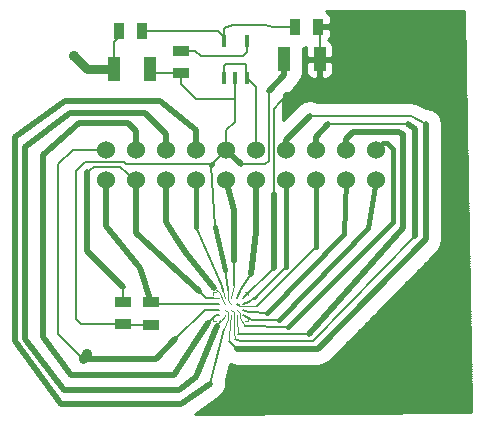
<source format=gtl>
G04 (created by PCBNEW (2013-08-24 BZR 4298)-stable) date Sun 01 Sep 2013 07:58:04 PM PDT*
%MOIN*%
G04 Gerber Fmt 3.4, Leading zero omitted, Abs format*
%FSLAX34Y34*%
G01*
G70*
G90*
G04 APERTURE LIST*
%ADD10C,0.003937*%
%ADD11C,0.002000*%
%ADD12R,0.055000X0.035000*%
%ADD13R,0.039400X0.078700*%
%ADD14C,0.060000*%
%ADD15C,0.005000*%
%ADD16R,0.035000X0.055000*%
%ADD17R,0.015700X0.039400*%
%ADD18C,0.035000*%
%ADD19C,0.007900*%
%ADD20C,0.030000*%
%ADD21C,0.020000*%
%ADD22C,0.003900*%
%ADD23C,0.003100*%
%ADD24C,0.015000*%
%ADD25C,0.005000*%
%ADD26C,0.010000*%
%ADD27C,0.001600*%
%ADD28C,0.005500*%
%ADD29C,0.004000*%
G04 APERTURE END LIST*
G54D10*
G54D11*
X15501Y-15904D02*
X15501Y-15828D01*
X15483Y-15810D02*
X15409Y-15810D01*
X14445Y-15810D02*
X14371Y-15810D01*
X14351Y-15904D02*
X14351Y-15828D01*
X14351Y-16772D02*
X14351Y-16696D01*
X14445Y-16790D02*
X14371Y-16790D01*
X15483Y-16790D02*
X15409Y-16790D01*
X15501Y-16770D02*
X15501Y-16694D01*
G54D12*
X12275Y-16160D03*
X12275Y-16910D03*
X11345Y-16140D03*
X11345Y-16890D03*
G54D13*
X11044Y-8375D03*
X12226Y-8375D03*
X17886Y-8055D03*
X16704Y-8055D03*
G54D14*
X15779Y-11079D03*
X16779Y-11079D03*
X17779Y-11079D03*
X18779Y-11079D03*
X19779Y-11079D03*
X19779Y-12079D03*
X18779Y-12079D03*
X17779Y-12079D03*
X16779Y-12079D03*
X15779Y-12079D03*
X10783Y-12065D03*
X11783Y-12065D03*
X12783Y-12065D03*
X13783Y-12065D03*
X14783Y-12065D03*
X14783Y-11065D03*
X13783Y-11065D03*
X12783Y-11065D03*
X11783Y-11065D03*
X10783Y-11065D03*
G54D15*
X15122Y-16398D03*
X15319Y-16398D03*
X15319Y-16595D03*
X15122Y-16595D03*
X14728Y-16398D03*
X14531Y-16398D03*
X14531Y-16595D03*
X14728Y-16595D03*
X15122Y-16202D03*
X15319Y-16202D03*
X14728Y-16202D03*
X14531Y-16202D03*
X15319Y-16005D03*
X15122Y-16005D03*
X14531Y-16005D03*
X14728Y-16005D03*
X14925Y-16005D03*
X14925Y-16202D03*
X14925Y-16398D03*
X14925Y-16595D03*
G54D16*
X11210Y-7125D03*
X11960Y-7125D03*
X17830Y-6965D03*
X17080Y-6965D03*
G54D12*
X13285Y-7770D03*
X13285Y-8520D03*
G54D17*
X14694Y-7456D03*
X15456Y-7460D03*
X15454Y-8666D03*
X15074Y-8672D03*
X14692Y-8662D03*
G54D18*
X10150Y-17870D03*
X9715Y-7945D03*
G54D19*
X14694Y-7456D02*
X14694Y-7304D01*
X14515Y-7125D02*
X11960Y-7125D01*
X14694Y-7304D02*
X14515Y-7125D01*
X17080Y-6965D02*
X16325Y-6965D01*
X14694Y-7016D02*
X14694Y-7456D01*
X15015Y-6925D02*
X14694Y-7016D01*
X16055Y-6925D02*
X15015Y-6925D01*
X16325Y-6965D02*
X16055Y-6925D01*
X15454Y-8666D02*
X15450Y-8260D01*
X15450Y-8260D02*
X15388Y-8220D01*
X15388Y-8220D02*
X14800Y-8220D01*
X14800Y-8220D02*
X14695Y-8245D01*
X14695Y-8245D02*
X14692Y-8662D01*
X15779Y-11079D02*
X15779Y-8991D01*
X15779Y-8991D02*
X15454Y-8666D01*
G54D20*
X9993Y-18035D02*
X9993Y-18027D01*
X9993Y-18027D02*
X10150Y-17870D01*
X11044Y-8375D02*
X10145Y-8375D01*
X10145Y-8375D02*
X9715Y-7945D01*
G54D19*
X9170Y-17055D02*
X9170Y-17210D01*
G54D21*
X12425Y-18035D02*
X13075Y-17385D01*
X9993Y-18035D02*
X12425Y-18035D01*
G54D19*
X9995Y-18035D02*
X9993Y-18035D01*
X9170Y-17210D02*
X9995Y-18035D01*
X10783Y-11065D02*
X9655Y-11065D01*
X9655Y-11065D02*
X9170Y-11550D01*
X9170Y-11550D02*
X9170Y-17055D01*
X9170Y-17055D02*
X9170Y-17060D01*
X11210Y-7125D02*
X11210Y-7300D01*
X11210Y-7300D02*
X11044Y-7466D01*
X11044Y-7466D02*
X11044Y-8375D01*
X14531Y-16398D02*
X14062Y-16398D01*
X14062Y-16398D02*
X13075Y-17385D01*
X13075Y-17385D02*
X13050Y-17410D01*
G54D21*
X12783Y-12065D02*
X12783Y-13493D01*
G54D22*
X14727Y-16197D02*
X14728Y-16202D01*
G54D21*
X13094Y-14023D02*
X12783Y-13493D01*
X13450Y-14520D02*
X13094Y-14023D01*
G54D23*
X14580Y-15850D02*
X14365Y-15665D01*
G54D21*
X14365Y-15665D02*
X13450Y-14520D01*
G54D23*
X14670Y-16110D02*
X14580Y-15850D01*
G54D22*
X14727Y-16197D02*
X14670Y-16110D01*
G54D23*
X14728Y-16005D02*
X14685Y-15780D01*
G54D19*
X14625Y-15615D02*
X13783Y-13653D01*
G54D24*
X13783Y-13653D02*
X13783Y-12065D01*
G54D25*
X14685Y-15780D02*
X14625Y-15615D01*
G54D23*
X14925Y-16005D02*
X15030Y-15565D01*
G54D21*
X15045Y-14770D02*
X15030Y-13070D01*
X15030Y-13070D02*
X14783Y-12065D01*
G54D19*
X15030Y-15565D02*
X15045Y-14770D01*
G54D25*
X15122Y-16005D02*
X15255Y-15710D01*
G54D19*
X15611Y-15214D02*
X15611Y-15217D01*
X15255Y-15710D02*
X15611Y-15214D01*
G54D21*
X15779Y-13801D02*
X15779Y-12079D01*
X15611Y-15217D02*
X15779Y-13801D01*
G54D19*
X15610Y-15225D02*
X15611Y-15217D01*
G54D25*
X15319Y-16202D02*
X15530Y-16130D01*
G54D26*
X15710Y-16025D02*
X15765Y-15970D01*
G54D19*
X15530Y-16130D02*
X15710Y-16025D01*
G54D24*
X16779Y-14966D02*
X16779Y-12079D01*
G54D19*
X15765Y-15970D02*
X16779Y-14966D01*
G54D27*
X15122Y-16202D02*
X15127Y-16202D01*
G54D24*
X17779Y-14321D02*
X17779Y-12079D01*
G54D19*
X15805Y-16295D02*
X17779Y-14321D01*
G54D23*
X15220Y-16295D02*
X15805Y-16295D01*
G54D25*
X15127Y-16202D02*
X15220Y-16295D01*
X15319Y-16398D02*
X15495Y-16465D01*
G54D24*
X16120Y-16520D02*
X18705Y-13877D01*
X18705Y-13877D02*
X18779Y-12079D01*
G54D19*
X15640Y-16495D02*
X16120Y-16520D01*
X15495Y-16465D02*
X15640Y-16495D01*
X15319Y-16595D02*
X15630Y-16730D01*
G54D24*
X16540Y-16735D02*
X19490Y-13685D01*
X19490Y-13685D02*
X19779Y-12079D01*
G54D19*
X15630Y-16730D02*
X15795Y-16750D01*
X15795Y-16750D02*
X16540Y-16735D01*
X17886Y-8055D02*
X17886Y-7021D01*
X17886Y-7021D02*
X17830Y-6965D01*
G54D21*
X17886Y-8055D02*
X17886Y-8994D01*
G54D19*
X15320Y-16005D02*
X16380Y-15020D01*
G54D28*
X16380Y-12540D02*
X16380Y-9710D01*
G54D21*
X16380Y-15020D02*
X16380Y-12540D01*
G54D19*
X16380Y-9710D02*
X16375Y-9705D01*
X15319Y-16005D02*
X15320Y-16005D01*
G54D21*
X17886Y-8994D02*
X17640Y-9240D01*
X17640Y-9240D02*
X16775Y-9240D01*
G54D19*
X16775Y-9240D02*
X16375Y-9705D01*
G54D23*
X14925Y-16595D02*
X14925Y-16690D01*
X14925Y-16690D02*
X14915Y-16790D01*
G54D22*
X14915Y-16790D02*
X14865Y-17430D01*
G54D21*
X16779Y-10751D02*
X16779Y-11079D01*
X17570Y-9960D02*
X16779Y-10751D01*
G54D19*
X20940Y-9960D02*
X17570Y-9960D01*
X21438Y-10216D02*
X20940Y-9960D01*
G54D21*
X21438Y-14051D02*
X21438Y-10216D01*
X17835Y-17720D02*
X21438Y-14051D01*
X15140Y-17720D02*
X17835Y-17720D01*
G54D19*
X14865Y-17430D02*
X15140Y-17720D01*
G54D23*
X15122Y-16595D02*
X15145Y-16870D01*
G54D27*
X15145Y-16870D02*
X15130Y-16705D01*
G54D21*
X18779Y-10716D02*
X18779Y-11079D01*
X19010Y-10485D02*
X18779Y-10716D01*
X20495Y-10485D02*
X19010Y-10485D01*
X20675Y-10545D02*
X20495Y-10485D01*
X20675Y-13695D02*
X20675Y-10545D01*
X17530Y-17210D02*
X20675Y-13695D01*
G54D19*
X15180Y-17210D02*
X17530Y-17210D01*
G54D22*
X15130Y-16705D02*
X15180Y-17210D01*
G54D19*
X14531Y-16595D02*
X14435Y-16595D01*
X14435Y-16595D02*
X14175Y-16855D01*
G54D21*
X14175Y-16855D02*
X13765Y-17460D01*
X13765Y-17460D02*
X13050Y-18585D01*
X13050Y-18585D02*
X9590Y-18585D01*
X9590Y-18585D02*
X8655Y-17325D01*
X8655Y-17325D02*
X8655Y-11230D01*
X8655Y-11230D02*
X9885Y-10165D01*
X9885Y-10165D02*
X11495Y-10165D01*
X11495Y-10165D02*
X11783Y-10453D01*
X11783Y-10453D02*
X11783Y-11065D01*
G54D22*
X14728Y-16398D02*
X14825Y-16495D01*
G54D23*
X14825Y-16495D02*
X14825Y-16710D01*
X14825Y-16710D02*
X14715Y-17060D01*
G54D19*
X14715Y-17060D02*
X14225Y-18865D01*
G54D21*
X14225Y-18865D02*
X13270Y-19560D01*
X13270Y-19560D02*
X9260Y-19560D01*
X9260Y-19560D02*
X7720Y-17450D01*
X7720Y-17450D02*
X7720Y-10645D01*
X7720Y-10645D02*
X9400Y-9460D01*
X9400Y-9460D02*
X12585Y-9460D01*
X12585Y-9460D02*
X13783Y-10428D01*
X13783Y-10428D02*
X13783Y-11065D01*
G54D11*
X14728Y-16595D02*
X14728Y-16612D01*
G54D23*
X14728Y-16612D02*
X14610Y-16785D01*
G54D21*
X12783Y-10558D02*
X12783Y-11065D01*
X12085Y-9860D02*
X12783Y-10558D01*
X9555Y-9860D02*
X12085Y-9860D01*
X8080Y-10970D02*
X9555Y-9860D01*
X8080Y-17370D02*
X8080Y-10970D01*
X9360Y-19080D02*
X8080Y-17370D01*
X13215Y-19080D02*
X9360Y-19080D01*
X13765Y-18645D02*
X13215Y-19080D01*
X14480Y-16930D02*
X13765Y-18645D01*
G54D19*
X14610Y-16785D02*
X14480Y-16930D01*
G54D29*
X14531Y-16005D02*
X14380Y-16005D01*
G54D21*
X11783Y-13843D02*
X11783Y-12065D01*
X13870Y-15780D02*
X11783Y-13843D01*
G54D19*
X14090Y-16005D02*
X13870Y-15780D01*
X14380Y-16005D02*
X14090Y-16005D01*
X11343Y-15658D02*
X11343Y-16138D01*
X11343Y-16138D02*
X11345Y-16140D01*
G54D21*
X11783Y-12065D02*
X11740Y-12065D01*
G54D19*
X11740Y-12065D02*
X11225Y-11645D01*
X11225Y-11645D02*
X10385Y-11645D01*
X10385Y-11645D02*
X10130Y-11805D01*
G54D21*
X10130Y-11805D02*
X10130Y-14445D01*
X10130Y-14445D02*
X11343Y-15658D01*
G54D19*
X11343Y-15658D02*
X11345Y-15660D01*
X14531Y-16202D02*
X12317Y-16202D01*
X12317Y-16202D02*
X12275Y-16160D01*
X12317Y-16202D02*
X12275Y-16160D01*
X12317Y-16202D02*
X12275Y-16160D01*
G54D21*
X12275Y-16160D02*
X11890Y-15015D01*
X10783Y-13603D02*
X10783Y-12065D01*
X11890Y-15015D02*
X10783Y-13603D01*
G54D27*
X14925Y-16398D02*
X14925Y-16405D01*
G54D21*
X17779Y-10631D02*
X17779Y-11079D01*
X18185Y-10225D02*
X17779Y-10631D01*
G54D19*
X20825Y-10225D02*
X18185Y-10225D01*
G54D21*
X21085Y-10375D02*
X20825Y-10225D01*
X21085Y-13945D02*
X21085Y-10375D01*
G54D19*
X17685Y-17455D02*
X21085Y-13945D01*
X15225Y-17455D02*
X17685Y-17455D01*
X15065Y-17380D02*
X15225Y-17455D01*
G54D22*
X15025Y-17100D02*
X15065Y-17380D01*
X15025Y-16735D02*
X15025Y-17100D01*
G54D23*
X15025Y-16495D02*
X15025Y-16735D01*
G54D22*
X14925Y-16405D02*
X15025Y-16495D01*
G54D11*
X15122Y-16398D02*
X15122Y-16407D01*
G54D22*
X15122Y-16407D02*
X15220Y-16505D01*
G54D24*
X19779Y-11079D02*
X20003Y-10855D01*
G54D23*
X15220Y-16505D02*
X15220Y-16685D01*
X15220Y-16685D02*
X15405Y-16960D01*
G54D19*
X15405Y-16960D02*
X16850Y-16975D01*
G54D24*
X16850Y-16975D02*
X20335Y-13490D01*
X20335Y-13490D02*
X20335Y-11045D01*
X20335Y-11045D02*
X20145Y-10855D01*
X20145Y-10855D02*
X20003Y-10855D01*
G54D27*
X15220Y-16500D02*
X15220Y-16505D01*
G54D19*
X11345Y-16890D02*
X9950Y-16890D01*
X11441Y-11551D02*
X11365Y-11475D01*
X11365Y-11475D02*
X10085Y-11475D01*
X10085Y-11475D02*
X9765Y-11795D01*
X9765Y-11795D02*
X9765Y-16705D01*
X11441Y-11551D02*
X14297Y-11551D01*
X9950Y-16890D02*
X9765Y-16705D01*
X13285Y-8520D02*
X12371Y-8520D01*
X12371Y-8520D02*
X12226Y-8375D01*
G54D21*
X16704Y-8055D02*
X16704Y-8576D01*
X16704Y-8576D02*
X16195Y-9110D01*
G54D28*
X16195Y-9110D02*
X16195Y-11455D01*
G54D19*
X16195Y-11455D02*
X16075Y-11550D01*
X16075Y-11550D02*
X15268Y-11550D01*
G54D21*
X15268Y-11550D02*
X14783Y-11065D01*
G54D19*
X13285Y-8520D02*
X13285Y-8895D01*
X13770Y-9380D02*
X15074Y-9380D01*
X13285Y-8895D02*
X13770Y-9380D01*
X14783Y-11065D02*
X14783Y-10427D01*
X15074Y-10136D02*
X15074Y-9380D01*
X14783Y-10427D02*
X15074Y-10136D01*
X15074Y-9380D02*
X15074Y-8672D01*
X11345Y-16890D02*
X11345Y-16979D01*
X12275Y-16910D02*
X11365Y-16910D01*
X11365Y-16910D02*
X11345Y-16890D01*
G54D27*
X14925Y-16202D02*
X14915Y-16190D01*
G54D22*
X14915Y-16190D02*
X14828Y-16085D01*
G54D23*
X14828Y-16085D02*
X14830Y-15730D01*
G54D24*
X14735Y-15085D02*
X14415Y-13645D01*
G54D19*
X14795Y-15470D02*
X14735Y-15085D01*
G54D25*
X14830Y-15730D02*
X14795Y-15470D01*
G54D19*
X14415Y-13645D02*
X14280Y-11568D01*
G54D24*
X14280Y-11568D02*
X14297Y-11551D01*
G54D19*
X14297Y-11551D02*
X14783Y-11065D01*
X13285Y-7770D02*
X13750Y-7770D01*
X13750Y-7770D02*
X13930Y-7950D01*
X13930Y-7950D02*
X15320Y-7950D01*
X15320Y-7950D02*
X15456Y-7814D01*
X15456Y-7814D02*
X15456Y-7460D01*
G54D26*
X22700Y-6455D02*
X22700Y-6455D01*
X18202Y-6535D02*
X22701Y-6535D01*
X18244Y-6615D02*
X22702Y-6615D01*
X18254Y-6695D02*
X22704Y-6695D01*
X18255Y-6775D02*
X22705Y-6775D01*
X18253Y-6855D02*
X22707Y-6855D01*
X17780Y-6935D02*
X22708Y-6935D01*
X18193Y-7015D02*
X22710Y-7015D01*
X18254Y-7095D02*
X22711Y-7095D01*
X18254Y-7175D02*
X22713Y-7175D01*
X18254Y-7255D02*
X22714Y-7255D01*
X18235Y-7335D02*
X22716Y-7335D01*
X18181Y-7415D02*
X22717Y-7415D01*
X18268Y-7495D02*
X22719Y-7495D01*
X18317Y-7575D02*
X22720Y-7575D01*
X17408Y-7655D02*
X17440Y-7655D01*
X18332Y-7655D02*
X22722Y-7655D01*
X17344Y-7735D02*
X17440Y-7735D01*
X18333Y-7735D02*
X22723Y-7735D01*
X17344Y-7815D02*
X17440Y-7815D01*
X18333Y-7815D02*
X22725Y-7815D01*
X17344Y-7895D02*
X17440Y-7895D01*
X18333Y-7895D02*
X22726Y-7895D01*
X17344Y-7975D02*
X17471Y-7975D01*
X18301Y-7975D02*
X22728Y-7975D01*
X17344Y-8055D02*
X22729Y-8055D01*
X17344Y-8135D02*
X17471Y-8135D01*
X17836Y-8135D02*
X17936Y-8135D01*
X18301Y-8135D02*
X22731Y-8135D01*
X17344Y-8215D02*
X17439Y-8215D01*
X17836Y-8215D02*
X17936Y-8215D01*
X18332Y-8215D02*
X22732Y-8215D01*
X17344Y-8295D02*
X17439Y-8295D01*
X17836Y-8295D02*
X17936Y-8295D01*
X18332Y-8295D02*
X22734Y-8295D01*
X17344Y-8375D02*
X17439Y-8375D01*
X17836Y-8375D02*
X17936Y-8375D01*
X18332Y-8375D02*
X22735Y-8375D01*
X17344Y-8455D02*
X17440Y-8455D01*
X17836Y-8455D02*
X17936Y-8455D01*
X18332Y-8455D02*
X22737Y-8455D01*
X17344Y-8535D02*
X17455Y-8535D01*
X17836Y-8535D02*
X17936Y-8535D01*
X18316Y-8535D02*
X22738Y-8535D01*
X17311Y-8615D02*
X17504Y-8615D01*
X17836Y-8615D02*
X17936Y-8615D01*
X18268Y-8615D02*
X22740Y-8615D01*
X17277Y-8695D02*
X17635Y-8695D01*
X17777Y-8695D02*
X17995Y-8695D01*
X18136Y-8695D02*
X22741Y-8695D01*
X17209Y-8775D02*
X22743Y-8775D01*
X17159Y-8855D02*
X22744Y-8855D01*
X17107Y-8935D02*
X22746Y-8935D01*
X17034Y-9015D02*
X22747Y-9015D01*
X16958Y-9095D02*
X22749Y-9095D01*
X16883Y-9175D02*
X22750Y-9175D01*
X16807Y-9255D02*
X22752Y-9255D01*
X16731Y-9335D02*
X22753Y-9335D01*
X16666Y-9415D02*
X22755Y-9415D01*
X16666Y-9495D02*
X17306Y-9495D01*
X21037Y-9495D02*
X22756Y-9495D01*
X16666Y-9575D02*
X17187Y-9575D01*
X21249Y-9575D02*
X22758Y-9575D01*
X16666Y-9655D02*
X17106Y-9655D01*
X21404Y-9655D02*
X22759Y-9655D01*
X16666Y-9735D02*
X17026Y-9735D01*
X21679Y-9735D02*
X22761Y-9735D01*
X16666Y-9815D02*
X16946Y-9815D01*
X21799Y-9815D02*
X22762Y-9815D01*
X16666Y-9895D02*
X16866Y-9895D01*
X21866Y-9895D02*
X22764Y-9895D01*
X16666Y-9975D02*
X16786Y-9975D01*
X21919Y-9975D02*
X22765Y-9975D01*
X16666Y-10055D02*
X16706Y-10055D01*
X21951Y-10055D02*
X22767Y-10055D01*
X21967Y-10135D02*
X22768Y-10135D01*
X21982Y-10215D02*
X22770Y-10215D01*
X21982Y-10295D02*
X22771Y-10295D01*
X21982Y-10375D02*
X22773Y-10375D01*
X21982Y-10455D02*
X22774Y-10455D01*
X21982Y-10535D02*
X22776Y-10535D01*
X21982Y-10615D02*
X22777Y-10615D01*
X21982Y-10695D02*
X22779Y-10695D01*
X21982Y-10775D02*
X22780Y-10775D01*
X21982Y-10855D02*
X22782Y-10855D01*
X21982Y-10935D02*
X22783Y-10935D01*
X21982Y-11015D02*
X22785Y-11015D01*
X21982Y-11095D02*
X22786Y-11095D01*
X21982Y-11175D02*
X22788Y-11175D01*
X21982Y-11255D02*
X22789Y-11255D01*
X21982Y-11335D02*
X22791Y-11335D01*
X21982Y-11415D02*
X22792Y-11415D01*
X21982Y-11495D02*
X22794Y-11495D01*
X21982Y-11575D02*
X22795Y-11575D01*
X21982Y-11655D02*
X22796Y-11655D01*
X21982Y-11735D02*
X22798Y-11735D01*
X21982Y-11815D02*
X22799Y-11815D01*
X21982Y-11895D02*
X22801Y-11895D01*
X21982Y-11975D02*
X22802Y-11975D01*
X21982Y-12055D02*
X22804Y-12055D01*
X21982Y-12135D02*
X22805Y-12135D01*
X21982Y-12215D02*
X22807Y-12215D01*
X21982Y-12295D02*
X22808Y-12295D01*
X21982Y-12375D02*
X22810Y-12375D01*
X21982Y-12455D02*
X22811Y-12455D01*
X21982Y-12535D02*
X22813Y-12535D01*
X21982Y-12615D02*
X22814Y-12615D01*
X21982Y-12695D02*
X22816Y-12695D01*
X21982Y-12775D02*
X22817Y-12775D01*
X21982Y-12855D02*
X22819Y-12855D01*
X21982Y-12935D02*
X22820Y-12935D01*
X21982Y-13015D02*
X22822Y-13015D01*
X21982Y-13095D02*
X22823Y-13095D01*
X21982Y-13175D02*
X22825Y-13175D01*
X21982Y-13255D02*
X22826Y-13255D01*
X21982Y-13335D02*
X22828Y-13335D01*
X21982Y-13415D02*
X22829Y-13415D01*
X21982Y-13495D02*
X22831Y-13495D01*
X21982Y-13575D02*
X22832Y-13575D01*
X21982Y-13655D02*
X22834Y-13655D01*
X21982Y-13735D02*
X22835Y-13735D01*
X21982Y-13815D02*
X22837Y-13815D01*
X21982Y-13895D02*
X22838Y-13895D01*
X21982Y-13975D02*
X22840Y-13975D01*
X21982Y-14055D02*
X22841Y-14055D01*
X21967Y-14135D02*
X22843Y-14135D01*
X21952Y-14215D02*
X22844Y-14215D01*
X21918Y-14295D02*
X22846Y-14295D01*
X21866Y-14375D02*
X22847Y-14375D01*
X21806Y-14455D02*
X22849Y-14455D01*
X21727Y-14535D02*
X22850Y-14535D01*
X21649Y-14615D02*
X22852Y-14615D01*
X21570Y-14695D02*
X22853Y-14695D01*
X21491Y-14775D02*
X22855Y-14775D01*
X21413Y-14855D02*
X22856Y-14855D01*
X21334Y-14935D02*
X22858Y-14935D01*
X21255Y-15015D02*
X22859Y-15015D01*
X21177Y-15095D02*
X22861Y-15095D01*
X21098Y-15175D02*
X22862Y-15175D01*
X21020Y-15255D02*
X22864Y-15255D01*
X20941Y-15335D02*
X22865Y-15335D01*
X20862Y-15415D02*
X22867Y-15415D01*
X20784Y-15495D02*
X22868Y-15495D01*
X20705Y-15575D02*
X22870Y-15575D01*
X20626Y-15655D02*
X22871Y-15655D01*
X20548Y-15735D02*
X22873Y-15735D01*
X20469Y-15815D02*
X22874Y-15815D01*
X20391Y-15895D02*
X22876Y-15895D01*
X20312Y-15975D02*
X22877Y-15975D01*
X20233Y-16055D02*
X22879Y-16055D01*
X20155Y-16135D02*
X22880Y-16135D01*
X20076Y-16215D02*
X22882Y-16215D01*
X19997Y-16295D02*
X22883Y-16295D01*
X19919Y-16375D02*
X22885Y-16375D01*
X19840Y-16455D02*
X22886Y-16455D01*
X19762Y-16535D02*
X22888Y-16535D01*
X19683Y-16615D02*
X22889Y-16615D01*
X19604Y-16695D02*
X22890Y-16695D01*
X19526Y-16775D02*
X22892Y-16775D01*
X19447Y-16855D02*
X22893Y-16855D01*
X19368Y-16935D02*
X22895Y-16935D01*
X19290Y-17015D02*
X22896Y-17015D01*
X19211Y-17095D02*
X22898Y-17095D01*
X19133Y-17175D02*
X22899Y-17175D01*
X19054Y-17255D02*
X22901Y-17255D01*
X18975Y-17335D02*
X22902Y-17335D01*
X18897Y-17415D02*
X22904Y-17415D01*
X18818Y-17495D02*
X22905Y-17495D01*
X18739Y-17575D02*
X22907Y-17575D01*
X18661Y-17655D02*
X22908Y-17655D01*
X18582Y-17735D02*
X22910Y-17735D01*
X18504Y-17815D02*
X22911Y-17815D01*
X18425Y-17895D02*
X22913Y-17895D01*
X18346Y-17975D02*
X22914Y-17975D01*
X18268Y-18055D02*
X22916Y-18055D01*
X18174Y-18135D02*
X22917Y-18135D01*
X14901Y-18215D02*
X14920Y-18215D01*
X18056Y-18215D02*
X22919Y-18215D01*
X14879Y-18295D02*
X22920Y-18295D01*
X14857Y-18375D02*
X22922Y-18375D01*
X14836Y-18455D02*
X22923Y-18455D01*
X14814Y-18535D02*
X22925Y-18535D01*
X14792Y-18615D02*
X22926Y-18615D01*
X14770Y-18695D02*
X22928Y-18695D01*
X14756Y-18775D02*
X22929Y-18775D01*
X14760Y-18855D02*
X22931Y-18855D01*
X14763Y-18935D02*
X22932Y-18935D01*
X14739Y-19015D02*
X22934Y-19015D01*
X14709Y-19095D02*
X22935Y-19095D01*
X14666Y-19175D02*
X22937Y-19175D01*
X14592Y-19255D02*
X22938Y-19255D01*
X14505Y-19335D02*
X22940Y-19335D01*
X14394Y-19415D02*
X22941Y-19415D01*
X14284Y-19495D02*
X22943Y-19495D01*
X14174Y-19575D02*
X22944Y-19575D01*
X14063Y-19655D02*
X22946Y-19655D01*
X13953Y-19735D02*
X22947Y-19735D01*
X13843Y-19815D02*
X21866Y-19815D01*
X13740Y-19890D02*
X22949Y-19805D01*
X22700Y-6455D01*
X18098Y-6459D01*
X18146Y-6479D01*
X18216Y-6549D01*
X18254Y-6640D01*
X18254Y-6739D01*
X18255Y-6853D01*
X18193Y-6915D01*
X17880Y-6915D01*
X17780Y-6915D01*
X17780Y-7015D01*
X17880Y-7015D01*
X18193Y-7015D01*
X18255Y-7077D01*
X18254Y-7191D01*
X18254Y-7290D01*
X18216Y-7381D01*
X18168Y-7428D01*
X18224Y-7451D01*
X18294Y-7521D01*
X18332Y-7612D01*
X18332Y-7711D01*
X18333Y-7943D01*
X18271Y-8005D01*
X17936Y-8005D01*
X17836Y-8005D01*
X17501Y-8005D01*
X17439Y-7943D01*
X17440Y-7711D01*
X17440Y-7642D01*
X17344Y-7682D01*
X17344Y-8536D01*
X17276Y-8699D01*
X17212Y-8762D01*
X17211Y-8773D01*
X17208Y-8777D01*
X17207Y-8784D01*
X17129Y-8900D01*
X17097Y-8951D01*
X17092Y-8955D01*
X17089Y-8961D01*
X17084Y-8963D01*
X16666Y-9404D01*
X16666Y-10094D01*
X17185Y-9576D01*
X17361Y-9458D01*
X17570Y-9416D01*
X17774Y-9457D01*
X17774Y-8698D01*
X17640Y-8697D01*
X17548Y-8659D01*
X17478Y-8589D01*
X17440Y-8498D01*
X17440Y-8399D01*
X17439Y-8167D01*
X17501Y-8105D01*
X17836Y-8105D01*
X17836Y-8636D01*
X17774Y-8698D01*
X17774Y-9457D01*
X17778Y-9458D01*
X17806Y-9477D01*
X17998Y-9477D01*
X17998Y-8698D01*
X17936Y-8636D01*
X17936Y-8105D01*
X18271Y-8105D01*
X18333Y-8167D01*
X18332Y-8399D01*
X18332Y-8498D01*
X18294Y-8589D01*
X18224Y-8659D01*
X18132Y-8697D01*
X17998Y-8698D01*
X17998Y-9477D01*
X20940Y-9477D01*
X20960Y-9481D01*
X20979Y-9479D01*
X21051Y-9499D01*
X21125Y-9514D01*
X21140Y-9524D01*
X21161Y-9530D01*
X21437Y-9672D01*
X21438Y-9672D01*
X21646Y-9713D01*
X21823Y-9831D01*
X21941Y-10008D01*
X21982Y-10216D01*
X21982Y-14038D01*
X21984Y-14048D01*
X21944Y-14257D01*
X21827Y-14434D01*
X18223Y-18101D01*
X18222Y-18101D01*
X18220Y-18105D01*
X18118Y-18172D01*
X18048Y-18221D01*
X18045Y-18221D01*
X18043Y-18223D01*
X17942Y-18242D01*
X17840Y-18264D01*
X17837Y-18263D01*
X17835Y-18264D01*
X15140Y-18264D01*
X14932Y-18223D01*
X14904Y-18204D01*
X14755Y-18754D01*
X14763Y-18951D01*
X14689Y-19151D01*
X14545Y-19306D01*
X13740Y-19890D01*
M02*

</source>
